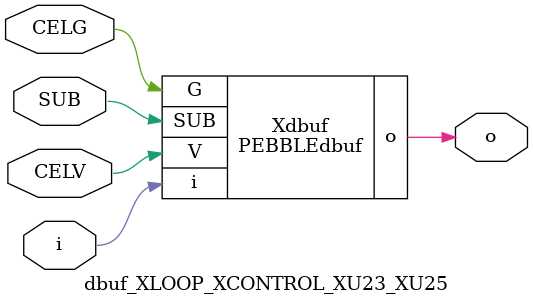
<source format=v>



module PEBBLEdbuf ( o, G, SUB, V, i );

  input V;
  input i;
  input G;
  output o;
  input SUB;
endmodule

//Celera Confidential Do Not Copy dbuf_XLOOP_XCONTROL_XU23_XU25
//Celera Confidential Symbol Generator
//Digital Buffer
module dbuf_XLOOP_XCONTROL_XU23_XU25 (CELV,CELG,i,o,SUB);
input CELV;
input CELG;
input i;
input SUB;
output o;

//Celera Confidential Do Not Copy dbuf
PEBBLEdbuf Xdbuf(
.V (CELV),
.i (i),
.o (o),
.SUB (SUB),
.G (CELG)
);
//,diesize,PEBBLEdbuf

//Celera Confidential Do Not Copy Module End
//Celera Schematic Generator
endmodule

</source>
